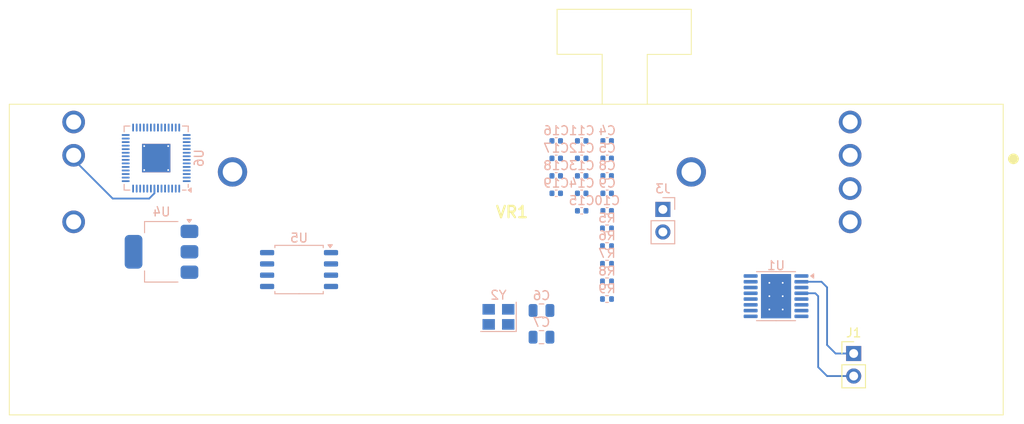
<source format=kicad_pcb>
(kicad_pcb (version 20241228) (generator "pcbnew") (generator_version "9.0")
  (layers (0 "F.Cu" signal) (2 "B.Cu" signal) (13 "F.Paste" user) (15 "B.Paste" user) (5 "F.SilkS" user "F.Silkscreen") (7 "B.SilkS" user "B.Silkscreen") (1 "F.Mask" user) (3 "B.Mask" user) (25 "Edge.Cuts" user))
  (net 0 "")
  (net 1 "GND")
  (net 2 "/RP2040/XIN")
  (net 3 "Net-(C5-Pad1)")
  (net 4 "VBUS")
  (net 5 "+3V3")
  (net 6 "+1V1")
  (net 7 "/RP2040/~{USB_BOOT}")
  (net 8 "/RP2040/QSPI_SS")
  (net 9 "/RP2040/XOUT")
  (net 10 "Net-(U6-USB_DP)")
  (net 11 "/RP2040/USB_D+")
  (net 12 "Net-(U6-USB_DM)")
  (net 13 "/RP2040/USB_D-")
  (net 14 "+10V")
  (net 15 "Net-(U1-GND-Pad13)")
  (net 17 "Net-(J1-Pin_2)")
  (net 22 "Net-(J1-Pin_1)")
  (net 24 "/RP2040/GPIO5")
  (net 25 "/RP2040/GPIO4")
  (net 30 "/RP2040/QSPI_SCLK")
  (net 31 "/RP2040/QSPI_SD2")
  (net 32 "/RP2040/QSPI_SD0")
  (net 33 "/RP2040/QSPI_SD1")
  (net 34 "/RP2040/QSPI_SD3")
  (net 36 "/RP2040/ADC0")
  (net 41 "/RP2040/GPIO6")
  (net 58 "/RP2040/SWD")
  (net 60 "/RP2040/SWCLK")
  (net 62 "/RP2040/RUN")
  (footprint "Connector_PinHeader_2.54mm:PinHeader_1x02_P2.54mm_Vertical" (layer "F.Cu") (at 110.5 54.46)
    (property "Reference" "J1" (at 0 -2.33 0) (layer "F.SilkS"))
    (property "Value" "Conn_01x02")
    (fp_line (start -1.33 -1.33) (end 0 -1.33) (stroke (width 0.12)) (layer "F.SilkS"))
    (fp_line (start -1.33 0) (end -1.33 -1.33) (stroke (width 0.12)) (layer "F.SilkS"))
    (fp_line (start -1.33 1.27) (end -1.33 3.87) (stroke (width 0.12)) (layer "F.SilkS"))
    (fp_line (start -1.33 1.27) (end 1.33 1.27) (stroke (width 0.12)) (layer "F.SilkS"))
    (fp_line (start -1.33 3.87) (end 1.33 3.87) (stroke (width 0.12)) (layer "F.SilkS"))
    (fp_line (start 1.33 1.27) (end 1.33 3.87) (stroke (width 0.12)) (layer "F.SilkS"))
    (pad "1" thru_hole rect (at 0 0) (size 1.7 1.7) (drill 1) (layers "F&B.Cu" "*.Mask") (net 22 "Net-(J1-Pin_1)"))
    (pad "2" thru_hole oval (at 0 2.54) (size 1.7 1.7) (drill 1) (layers "F&B.Cu" "*.Mask") (net 17 "Net-(J1-Pin_2)"))
  )
  (footprint "PSM60-081A-103B2:PSM60081A103B2" (layer "F.Cu") (at 110.1 32.125)
    (property "Reference" "VR1" (at -38.1 6.4 0) (layer "F.SilkS") (effects (font (size 1.27 1.27) (thickness 0.254))))
    (property "Value" "PSM60-081A-103B2" (hide yes))
    (fp_line (start -94.75 -5.75) (end 17.25 -5.75) (stroke (width 0.1)) (layer "F.SilkS"))
    (fp_line (start -94.75 29.25) (end -94.75 -5.75) (stroke (width 0.1)) (layer "F.SilkS"))
    (fp_line (start -33.02 -16.45) (end -33.02 -16.45) (stroke (width 0.1)) (layer "F.SilkS"))
    (fp_line (start -33.02 -16.45) (end -17.9 -16.45) (stroke (width 0.1)) (layer "F.SilkS"))
    (fp_line (start -33.02 -11.38) (end -33.02 -16.45) (stroke (width 0.1)) (layer "F.SilkS"))
    (fp_line (start -27.94 -11.38) (end -33.02 -11.38) (stroke (width 0.1)) (layer "F.SilkS"))
    (fp_line (start -27.94 -5.75) (end -27.94 -11.38) (stroke (width 0.1)) (layer "F.SilkS"))
    (fp_line (start -22.86 -11.37) (end -22.86 -5.75) (stroke (width 0.1)) (layer "F.SilkS"))
    (fp_line (start -17.9 -16.45) (end -17.9 -11.37) (stroke (width 0.1)) (layer "F.SilkS"))
    (fp_line (start -17.9 -11.37) (end -22.86 -11.37) (stroke (width 0.1)) (layer "F.SilkS"))
    (fp_line (start 17.25 -5.75) (end 17.25 29.25) (stroke (width 0.1)) (layer "F.SilkS"))
    (fp_line (start 17.25 29.25) (end -94.75 29.25) (stroke (width 0.1)) (layer "F.SilkS"))
    (fp_line (start 18.25 0.4) (end 18.25 0.4) (stroke (width 0.9)) (layer "F.SilkS"))
    (fp_line (start 18.55 0.4) (end 18.55 0.4) (stroke (width 0.9)) (layer "F.SilkS"))
    (fp_arc (start 18.25 0.4) (mid 18.4 0.25) (end 18.55 0.4) (stroke (width 0.9)) (layer "F.SilkS"))
    (fp_arc (start 18.55 0.4) (mid 18.4 0.55) (end 18.25 0.4) (stroke (width 0.9)) (layer "F.SilkS"))
    (pad "A1" thru_hole circle (at 0 0) (size 2.55 2.55) (drill 1.7) (layers "*.Cu" "*.Mask"))
    (pad "A2" thru_hole circle (at 0 -3.75) (size 2.55 2.55) (drill 1.7) (layers "*.Cu" "*.Mask"))
    (pad "A3" thru_hole circle (at -87.5 -3.75) (size 2.55 2.55) (drill 1.7) (layers "*.Cu" "*.Mask"))
    (pad "B1" thru_hole circle (at 0 3.75) (size 2.55 2.55) (drill 1.7) (layers "*.Cu" "*.Mask") (net 5 "+3V3"))
    (pad "B2" thru_hole circle (at 0 7.5) (size 2.55 2.55) (drill 1.7) (layers "*.Cu" "*.Mask") (net 36 "/RP2040/ADC0"))
    (pad "B3" thru_hole circle (at -87.5 7.5) (size 2.55 2.55) (drill 1.7) (layers "*.Cu" "*.Mask") (net 1 "GND"))
    (pad "M1" thru_hole circle (at -69.6 1.875) (size 3.3 3.3) (drill 2.2) (layers "*.Cu" "*.Mask"))
    (pad "M2" thru_hole circle (at -17.9 1.875) (size 3.3 3.3) (drill 2.2) (layers "*.Cu" "*.Mask"))
    (pad "T1" thru_hole circle (at -87.5 0) (size 2.55 2.55) (drill 1.7) (layers "*.Cu" "*.Mask") (net 41 "/RP2040/GPIO6"))
  )
  (footprint "Package_SO:SOIC-8_5.23x5.23mm_P1.27mm" (layer "B.Cu") (at 48 45 180)
    (property "Reference" "U5" (at 0 3.56 0) (layer "B.SilkS") (effects (justify mirror)))
    (property "Value" "W25Q128JVS")
    (fp_line (start 2.725 2.725) (end 2.725 2.465) (stroke (width 0.12)) (layer "B.SilkS"))
    (fp_line (start 2.725 -2.725) (end 2.725 -2.465) (stroke (width 0.12)) (layer "B.SilkS"))
    (fp_line (start 0 2.725) (end 2.725 2.725) (stroke (width 0.12)) (layer "B.SilkS"))
    (fp_line (start 0 2.725) (end -2.725 2.725) (stroke (width 0.12)) (layer "B.SilkS"))
    (fp_line (start 0 -2.725) (end 2.725 -2.725) (stroke (width 0.12)) (layer "B.SilkS"))
    (fp_line (start 0 -2.725) (end -2.725 -2.725) (stroke (width 0.12)) (layer "B.SilkS"))
    (fp_line (start -2.725 2.725) (end -2.725 2.465) (stroke (width 0.12)) (layer "B.SilkS"))
    (fp_line (start -2.725 -2.725) (end -2.725 -2.465) (stroke (width 0.12)) (layer "B.SilkS"))
    (fp_poly (pts (xy -3.5075 2.465) (xy -3.7475 2.795) (xy -3.2675 2.795) (xy -3.5075 2.465)) (stroke (width 0.12)) (fill yes) (layer "B.SilkS"))
    (pad "1" smd roundrect (at -3.6 1.905 180) (size 1.6 0.6) (layers "B.Cu" "B.Mask" "B.Paste") (net 8 "/RP2040/QSPI_SS"))
    (pad "2" smd roundrect (at -3.6 0.635 180) (size 1.6 0.6) (layers "B.Cu" "B.Mask" "B.Paste") (net 33 "/RP2040/QSPI_SD1"))
    (pad "3" smd roundrect (at -3.6 -0.635 180) (size 1.6 0.6) (layers "B.Cu" "B.Mask" "B.Paste") (net 31 "/RP2040/QSPI_SD2"))
    (pad "4" smd roundrect (at -3.6 -1.905 180) (size 1.6 0.6) (layers "B.Cu" "B.Mask" "B.Paste") (net 1 "GND"))
    (pad "5" smd roundrect (at 3.6 -1.905 180) (size 1.6 0.6) (layers "B.Cu" "B.Mask" "B.Paste") (net 32 "/RP2040/QSPI_SD0"))
    (pad "6" smd roundrect (at 3.6 -0.635 180) (size 1.6 0.6) (layers "B.Cu" "B.Mask" "B.Paste") (net 30 "/RP2040/QSPI_SCLK"))
    (pad "7" smd roundrect (at 3.6 0.635 180) (size 1.6 0.6) (layers "B.Cu" "B.Mask" "B.Paste") (net 34 "/RP2040/QSPI_SD3"))
    (pad "8" smd roundrect (at 3.6 1.905 180) (size 1.6 0.6) (layers "B.Cu" "B.Mask" "B.Paste") (net 5 "+3V3"))
  )
  (footprint "Crystal:Crystal_SMD_3225-4Pin_3.2x2.5mm" (layer "B.Cu") (at 70.47 50.33 180)
    (property "Reference" "Y2" (at 0 2.45 0) (layer "B.SilkS") (effects (justify mirror)))
    (property "Value" "ABM8-272-T3")
    (fp_line (start -2 1.65) (end -2 -1.65) (stroke (width 0.12)) (layer "B.SilkS"))
    (fp_line (start -2 -1.65) (end 2 -1.65) (stroke (width 0.12)) (layer "B.SilkS"))
    (pad "1" smd rect (at -1.1 -0.85 180) (size 1.4 1.2) (layers "B.Cu" "B.Mask" "B.Paste") (net 2 "/RP2040/XIN"))
    (pad "2" smd rect (at 1.1 -0.85 180) (size 1.4 1.2) (layers "B.Cu" "B.Mask" "B.Paste") (net 1 "GND"))
    (pad "3" smd rect (at 1.1 0.85 180) (size 1.4 1.2) (layers "B.Cu" "B.Mask" "B.Paste") (net 3 "Net-(C5-Pad1)"))
    (pad "4" smd rect (at -1.1 0.85 180) (size 1.4 1.2) (layers "B.Cu" "B.Mask" "B.Paste") (net 1 "GND"))
  )
  (footprint "Capacitor_SMD:C_0402_1005Metric" (layer "B.Cu") (at 82.72 34.44 180)
    (property "Reference" "C8" (at 0 1.16 0) (layer "B.SilkS") (effects (justify mirror)))
    (property "Value" "100n")
    (fp_line (start -0.107836 0.36) (end 0.107836 0.36) (stroke (width 0.12)) (layer "B.SilkS"))
    (fp_line (start -0.107836 -0.36) (end 0.107836 -0.36) (stroke (width 0.12)) (layer "B.SilkS"))
    (pad "1" smd roundrect (at -0.48 0 180) (size 0.56 0.62) (layers "B.Cu" "B.Mask" "B.Paste") (net 5 "+3V3"))
    (pad "2" smd roundrect (at 0.48 0 180) (size 0.56 0.62) (layers "B.Cu" "B.Mask" "B.Paste") (net 1 "GND"))
  )
  (footprint "Capacitor_SMD:C_0402_1005Metric" (layer "B.Cu") (at 76.98 36.41 180)
    (property "Reference" "C19" (at 0 1.16 0) (layer "B.SilkS") (effects (justify mirror)))
    (property "Value" "100n")
    (fp_line (start -0.107836 0.36) (end 0.107836 0.36) (stroke (width 0.12)) (layer "B.SilkS"))
    (fp_line (start -0.107836 -0.36) (end 0.107836 -0.36) (stroke (width 0.12)) (layer "B.SilkS"))
    (pad "1" smd roundrect (at -0.48 0 180) (size 0.56 0.62) (layers "B.Cu" "B.Mask" "B.Paste") (net 5 "+3V3"))
    (pad "2" smd roundrect (at 0.48 0 180) (size 0.56 0.62) (layers "B.Cu" "B.Mask" "B.Paste") (net 1 "GND"))
  )
  (footprint "Capacitor_SMD:C_0402_1005Metric" (layer "B.Cu") (at 82.72 32.47 180)
    (property "Reference" "C5" (at 0 1.16 0) (layer "B.SilkS") (effects (justify mirror)))
    (property "Value" "15p")
    (fp_line (start -0.107836 0.36) (end 0.107836 0.36) (stroke (width 0.12)) (layer "B.SilkS"))
    (fp_line (start -0.107836 -0.36) (end 0.107836 -0.36) (stroke (width 0.12)) (layer "B.SilkS"))
    (pad "1" smd roundrect (at -0.48 0 180) (size 0.56 0.62) (layers "B.Cu" "B.Mask" "B.Paste") (net 3 "Net-(C5-Pad1)"))
    (pad "2" smd roundrect (at 0.48 0 180) (size 0.56 0.62) (layers "B.Cu" "B.Mask" "B.Paste") (net 1 "GND"))
  )
  (footprint "Capacitor_SMD:C_0402_1005Metric" (layer "B.Cu") (at 79.85 36.41 180)
    (property "Reference" "C14" (at 0 1.16 0) (layer "B.SilkS") (effects (justify mirror)))
    (property "Value" "100n")
    (fp_line (start -0.107836 0.36) (end 0.107836 0.36) (stroke (width 0.12)) (layer "B.SilkS"))
    (fp_line (start -0.107836 -0.36) (end 0.107836 -0.36) (stroke (width 0.12)) (layer "B.SilkS"))
    (pad "1" smd roundrect (at -0.48 0 180) (size 0.56 0.62) (layers "B.Cu" "B.Mask" "B.Paste") (net 5 "+3V3"))
    (pad "2" smd roundrect (at 0.48 0 180) (size 0.56 0.62) (layers "B.Cu" "B.Mask" "B.Paste") (net 1 "GND"))
  )
  (footprint "Resistor_SMD:R_0402_1005Metric" (layer "B.Cu") (at 82.7 44.34 180)
    (property "Reference" "R7" (at 0 1.17 0) (layer "B.SilkS") (effects (justify mirror)))
    (property "Value" "1k")
    (fp_line (start -0.153641 0.38) (end 0.153641 0.38) (stroke (width 0.12)) (layer "B.SilkS"))
    (fp_line (start -0.153641 -0.38) (end 0.153641 -0.38) (stroke (width 0.12)) (layer "B.SilkS"))
    (pad "1" smd roundrect (at -0.51 0 180) (size 0.54 0.64) (layers "B.Cu" "B.Mask" "B.Paste") (net 9 "/RP2040/XOUT"))
    (pad "2" smd roundrect (at 0.51 0 180) (size 0.54 0.64) (layers "B.Cu" "B.Mask" "B.Paste") (net 3 "Net-(C5-Pad1)"))
  )
  (footprint "Resistor_SMD:R_0402_1005Metric" (layer "B.Cu") (at 82.7 46.33 180)
    (property "Reference" "R8" (at 0 1.17 0) (layer "B.SilkS") (effects (justify mirror)))
    (property "Value" "27")
    (fp_line (start -0.153641 0.38) (end 0.153641 0.38) (stroke (width 0.12)) (layer "B.SilkS"))
    (fp_line (start -0.153641 -0.38) (end 0.153641 -0.38) (stroke (width 0.12)) (layer "B.SilkS"))
    (pad "1" smd roundrect (at -0.51 0 180) (size 0.54 0.64) (layers "B.Cu" "B.Mask" "B.Paste") (net 11 "/RP2040/USB_D+"))
    (pad "2" smd roundrect (at 0.51 0 180) (size 0.54 0.64) (layers "B.Cu" "B.Mask" "B.Paste") (net 10 "Net-(U6-USB_DP)"))
  )
  (footprint "Resistor_SMD:R_0402_1005Metric" (layer "B.Cu") (at 82.7 42.35 180)
    (property "Reference" "R6" (at 0 1.17 0) (layer "B.SilkS") (effects (justify mirror)))
    (property "Value" "DNF")
    (fp_line (start -0.153641 0.38) (end 0.153641 0.38) (stroke (width 0.12)) (layer "B.SilkS"))
    (fp_line (start -0.153641 -0.38) (end 0.153641 -0.38) (stroke (width 0.12)) (layer "B.SilkS"))
    (pad "1" smd roundrect (at -0.51 0 180) (size 0.54 0.64) (layers "B.Cu" "B.Mask" "B.Paste") (net 5 "+3V3"))
    (pad "2" smd roundrect (at 0.51 0 180) (size 0.54 0.64) (layers "B.Cu" "B.Mask" "B.Paste") (net 8 "/RP2040/QSPI_SS"))
  )
  (footprint "Package_DFN_QFN:QFN-56-1EP_7x7mm_P0.4mm_EP3.2x3.2mm_ThermalVias" (layer "B.Cu") (at 31.9 32.4375 90)
    (property "Reference" "U6" (at 0 4.83 90) (layer "B.SilkS") (effects (justify mirror)))
    (property "Value" "RP2040")
    (fp_line (start 3.61 -3.61) (end 3.61 -2.96) (stroke (width 0.12)) (layer "B.SilkS"))
    (fp_line (start 2.96 -3.61) (end 3.61 -3.61) (stroke (width 0.12)) (layer "B.SilkS"))
    (fp_line (start -2.96 -3.61) (end -3.61 -3.61) (stroke (width 0.12)) (layer "B.SilkS"))
    (fp_line (start -3.61 -3.61) (end -3.61 -2.96) (stroke (width 0.12)) (layer "B.SilkS"))
    (fp_line (start -3.61 2.96) (end -3.61 3.37) (stroke (width 0.12)) (layer "B.SilkS"))
    (fp_line (start 3.61 3.61) (end 3.61 2.96) (stroke (width 0.12)) (layer "B.SilkS"))
    (fp_line (start 2.96 3.61) (end 3.61 3.61) (stroke (width 0.12)) (layer "B.SilkS"))
    (fp_line (start -2.96 3.61) (end -3.31 3.61) (stroke (width 0.12)) (layer "B.SilkS"))
    (fp_poly (pts (xy -3.61 3.61) (xy -3.85 3.94) (xy -3.37 3.94) (xy -3.61 3.61)) (stroke (width 0.12)) (fill yes) (layer "B.SilkS"))
    (pad "1" smd roundrect (at -3.4375 2.6 90) (size 0.875 0.2) (layers "B.Cu" "B.Mask" "B.Paste") (net 5 "+3V3"))
    (pad "2" smd roundrect (at -3.4375 2.2 90) (size 0.875 0.2) (layers "B.Cu" "B.Mask" "B.Paste"))
    (pad "3" smd roundrect (at -3.4375 1.8 90) (size 0.875 0.2) (layers "B.Cu" "B.Mask" "B.Paste"))
    (pad "4" smd roundrect (at -3.4375 1.4 90) (size 0.875 0.2) (layers "B.Cu" "B.Mask" "B.Paste"))
    (pad "5" smd roundrect (at -3.4375 1 90) (size 0.875 0.2) (layers "B.Cu" "B.Mask" "B.Paste"))
    (pad "6" smd roundrect (at -3.4375 0.6 90) (size 0.875 0.2) (layers "B.Cu" "B.Mask" "B.Paste") (net 25 "/RP2040/GPIO4"))
    (pad "7" smd roundrect (at -3.4375 0.2 90) (size 0.875 0.2) (layers "B.Cu" "B.Mask" "B.Paste") (net 24 "/RP2040/GPIO5"))
    (pad "8" smd roundrect (at -3.4375 -0.2 90) (size 0.875 0.2) (layers "B.Cu" "B.Mask" "B.Paste") (net 41 "/RP2040/GPIO6"))
    (pad "9" smd roundrect (at -3.4375 -0.6 90) (size 0.875 0.2) (layers "B.Cu" "B.Mask" "B.Paste"))
    (pad "10" smd roundrect (at -3.4375 -1 90) (size 0.875 0.2) (layers "B.Cu" "B.Mask" "B.Paste") (net 5 "+3V3"))
    (pad "11" smd roundrect (at -3.4375 -1.4 90) (size 0.875 0.2) (layers "B.Cu" "B.Mask" "B.Paste"))
    (pad "12" smd roundrect (at -3.4375 -1.8 90) (size 0.875 0.2) (layers "B.Cu" "B.Mask" "B.Paste"))
    (pad "13" smd roundrect (at -3.4375 -2.2 90) (size 0.875 0.2) (layers "B.Cu" "B.Mask" "B.Paste"))
    (pad "14" smd roundrect (at -3.4375 -2.6 90) (size 0.875 0.2) (layers "B.Cu" "B.Mask" "B.Paste"))
    (pad "15" smd roundrect (at -2.6 -3.4375 90) (size 0.2 0.875) (layers "B.Cu" "B.Mask" "B.Paste"))
    (pad "16" smd roundrect (at -2.2 -3.4375 90) (size 0.2 0.875) (layers "B.Cu" "B.Mask" "B.Paste"))
    (pad "17" smd roundrect (at -1.8 -3.4375 90) (size 0.2 0.875) (layers "B.Cu" "B.Mask" "B.Paste"))
    (pad "18" smd roundrect (at -1.4 -3.4375 90) (size 0.2 0.875) (layers "B.Cu" "B.Mask" "B.Paste"))
    (pad "19" smd roundrect (at -1 -3.4375 90) (size 0.2 0.875) (layers "B.Cu" "B.Mask" "B.Paste") (net 1 "GND"))
    (pad "20" smd roundrect (at -0.6 -3.4375 90) (size 0.2 0.875) (layers "B.Cu" "B.Mask" "B.Paste") (net 2 "/RP2040/XIN"))
    (pad "21" smd roundrect (at -0.2 -3.4375 90) (size 0.2 0.875) (layers "B.Cu" "B.Mask" "B.Paste") (net 9 "/RP2040/XOUT"))
    (pad "22" smd roundrect (at 0.2 -3.4375 90) (size 0.2 0.875) (layers "B.Cu" "B.Mask" "B.Paste") (net 5 "+3V3"))
    (pad "23" smd roundrect (at 0.6 -3.4375 90) (size 0.2 0.875) (layers "B.Cu" "B.Mask" "B.Paste") (net 6 "+1V1"))
    (pad "24" smd roundrect (at 1 -3.4375 90) (size 0.2 0.875) (layers "B.Cu" "B.Mask" "B.Paste") (net 60 "/RP2040/SWCLK"))
    (pad "25" smd roundrect (at 1.4 -3.4375 90) (size 0.2 0.875) (layers "B.Cu" "B.Mask" "B.Paste") (net 58 "/RP2040/SWD"))
    (pad "26" smd roundrect (at 1.8 -3.4375 90) (size 0.2 0.875) (layers "B.Cu" "B.Mask" "B.Paste") (net 62 "/RP2040/RUN"))
    (pad "27" smd roundrect (at 2.2 -3.4375 90) (size 0.2 0.875) (layers "B.Cu" "B.Mask" "B.Paste"))
    (pad "28" smd roundrect (at 2.6 -3.4375 90) (size 0.2 0.875) (layers "B.Cu" "B.Mask" "B.Paste"))
    (pad "29" smd roundrect (at 3.4375 -2.6 90) (size 0.875 0.2) (layers "B.Cu" "B.Mask" "B.Paste"))
    (pad "30" smd roundrect (at 3.4375 -2.2 90) (size 0.875 0.2) (layers "B.Cu" "B.Mask" "B.Paste"))
    (pad "31" smd roundrect (at 3.4375 -1.8 90) (size 0.875 0.2) (layers "B.Cu" "B.Mask" "B.Paste"))
    (pad "32" smd roundrect (at 3.4375 -1.4 90) (size 0.875 0.2) (layers "B.Cu" "B.Mask" "B.Paste"))
    (pad "33" smd roundrect (at 3.4375 -1 90) (size 0.875 0.2) (layers "B.Cu" "B.Mask" "B.Paste") (net 5 "+3V3"))
    (pad "34" smd roundrect (at 3.4375 -0.6 90) (size 0.875 0.2) (layers "B.Cu" "B.Mask" "B.Paste"))
    (pad "35" smd roundrect (at 3.4375 -0.2 90) (size 0.875 0.2) (layers "B.Cu" "B.Mask" "B.Paste"))
    (pad "36" smd roundrect (at 3.4375 0.2 90) (size 0.875 0.2) (layers "B.Cu" "B.Mask" "B.Paste"))
    (pad "37" smd roundrect (at 3.4375 0.6 90) (size 0.875 0.2) (layers "B.Cu" "B.Mask" "B.Paste"))
    (pad "38" smd roundrect (at 3.4375 1 90) (size 0.875 0.2) (layers "B.Cu" "B.Mask" "B.Paste") (net 36 "/RP2040/ADC0"))
    (pad "39" smd roundrect (at 3.4375 1.4 90) (size 0.875 0.2) (layers "B.Cu" "B.Mask" "B.Paste"))
    (pad "40" smd roundrect (at 3.4375 1.8 90) (size 0.875 0.2) (layers "B.Cu" "B.Mask" "B.Paste"))
    (pad "41" smd roundrect (at 3.4375 2.2 90) (size 0.875 0.2) (layers "B.Cu" "B.Mask" "B.Paste"))
    (pad "42" smd roundrect (at 3.4375 2.6 90) (size 0.875 0.2) (layers "B.Cu" "B.Mask" "B.Paste") (net 5 "+3V3"))
    (pad "43" smd roundrect (at 2.6 3.4375 90) (size 0.2 0.875) (layers "B.Cu" "B.Mask" "B.Paste") (net 5 "+3V3"))
    (pad "44" smd roundrect (at 2.2 3.4375 90) (size 0.2 0.875) (layers "B.Cu" "B.Mask" "B.Paste") (net 5 "+3V3"))
    (pad "45" smd roundrect (at 1.8 3.4375 90) (size 0.2 0.875) (layers "B.Cu" "B.Mask" "B.Paste") (net 6 "+1V1"))
    (pad "46" smd roundrect (at 1.4 3.4375 90) (size 0.2 0.875) (layers "B.Cu" "B.Mask" "B.Paste") (net 12 "Net-(U6-USB_DM)"))
    (pad "47" smd roundrect (at 1 3.4375 90) (size 0.2 0.875) (layers "B.Cu" "B.Mask" "B.Paste") (net 10 "Net-(U6-USB_DP)"))
    (pad "48" smd roundrect (at 0.6 3.4375 90) (size 0.2 0.875) (layers "B.Cu" "B.Mask" "B.Paste") (net 5 "+3V3"))
    (pad "49" smd roundrect (at 0.2 3.4375 90) (size 0.2 0.875) (layers "B.Cu" "B.Mask" "B.Paste") (net 5 "+3V3"))
    (pad "50" smd roundrect (at -0.2 3.4375 90) (size 0.2 0.875) (layers "B.Cu" "B.Mask" "B.Paste") (net 6 "+1V1"))
    (pad "51" smd roundrect (at -0.6 3.4375 90) (size 0.2 0.875) (layers "B.Cu" "B.Mask" "B.Paste") (net 34 "/RP2040/QSPI_SD3"))
    (pad "52" smd roundrect (at -1 3.4375 90) (size 0.2 0.875) (layers "B.Cu" "B.Mask" "B.Paste") (net 30 "/RP2040/QSPI_SCLK"))
    (pad "53" smd roundrect (at -1.4 3.4375 90) (size 0.2 0.875) (layers "B.Cu" "B.Mask" "B.Paste") (net 32 "/RP2040/QSPI_SD0"))
    (pad "54" smd roundrect (at -1.8 3.4375 90) (size 0.2 0.875) (layers "B.Cu" "B.Mask" "B.Paste") (net 31 "/RP2040/QSPI_SD2"))
    (pad "55" smd roundrect (at -2.2 3.4375 90) (size 0.2 0.875) (layers "B.Cu" "B.Mask" "B.Paste") (net 33 "/RP2040/QSPI_SD1"))
    (pad "56" smd roundrect (at -2.6 3.4375 90) (size 0.2 0.875) (layers "B.Cu" "B.Mask" "B.Paste") (net 8 "/RP2040/QSPI_SS"))
    (pad "57" thru_hole circle (at -1.35 -1.35 90) (size 0.5 0.5) (drill 0.2) (property pad_prop_heatsink) (layers "F&B.Cu") (net 1 "GND"))
    (pad "57" thru_hole circle (at -1.35 1.35 90) (size 0.5 0.5) (drill 0.2) (property pad_prop_heatsink) (layers "F&B.Cu") (net 1 "GND"))
    (pad "57" smd rect (at 0 0 90) (size 3.2 3.2) (property pad_prop_heatsink) (layers "F.Cu") (net 1 "GND"))
    (pad "57" smd rect (at 0 0 90) (size 3.2 3.2) (property pad_prop_heatsink) (layers "B.Cu" "B.Mask") (net 1 "GND"))
    (pad "57" thru_hole circle (at 1.35 -1.35 90) (size 0.5 0.5) (drill 0.2) (property pad_prop_heatsink) (layers "F&B.Cu") (net 1 "GND"))
    (pad "57" thru_hole circle (at 1.35 1.35 90) (size 0.5 0.5) (drill 0.2) (property pad_prop_heatsink) (layers "F&B.Cu") (net 1 "GND"))
  )
  (footprint "Resistor_SMD:R_0402_1005Metric" (layer "B.Cu") (at 82.7 48.32 180)
    (property "Reference" "R9" (at 0 1.17 0) (layer "B.SilkS") (effects (justify mirror)))
    (property "Value" "27")
    (fp_line (start -0.153641 0.38) (end 0.153641 0.38) (stroke (width 0.12)) (layer "B.SilkS"))
    (fp_line (start -0.153641 -0.38) (end 0.153641 -0.38) (stroke (width 0.12)) (layer "B.SilkS"))
    (pad "1" smd roundrect (at -0.51 0 180) (size 0.54 0.64) (layers "B.Cu" "B.Mask" "B.Paste") (net 13 "/RP2040/USB_D-"))
    (pad "2" smd roundrect (at 0.51 0 180) (size 0.54 0.64) (layers "B.Cu" "B.Mask" "B.Paste") (net 12 "Net-(U6-USB_DM)"))
  )
  (footprint "Capacitor_SMD:C_0402_1005Metric" (layer "B.Cu") (at 76.98 32.47 180)
    (property "Reference" "C17" (at 0 1.16 0) (layer "B.SilkS") (effects (justify mirror)))
    (property "Value" "100n")
    (fp_line (start -0.107836 0.36) (end 0.107836 0.36) (stroke (width 0.12)) (layer "B.SilkS"))
    (fp_line (start -0.107836 -0.36) (end 0.107836 -0.36) (stroke (width 0.12)) (layer "B.SilkS"))
    (pad "1" smd roundrect (at -0.48 0 180) (size 0.56 0.62) (layers "B.Cu" "B.Mask" "B.Paste") (net 5 "+3V3"))
    (pad "2" smd roundrect (at 0.48 0 180) (size 0.56 0.62) (layers "B.Cu" "B.Mask" "B.Paste") (net 1 "GND"))
  )
  (footprint "Capacitor_SMD:C_0402_1005Metric" (layer "B.Cu") (at 82.72 30.5 180)
    (property "Reference" "C4" (at 0 1.16 0) (layer "B.SilkS") (effects (justify mirror)))
    (property "Value" "15p")
    (fp_line (start -0.107836 0.36) (end 0.107836 0.36) (stroke (width 0.12)) (layer "B.SilkS"))
    (fp_line (start -0.107836 -0.36) (end 0.107836 -0.36) (stroke (width 0.12)) (layer "B.SilkS"))
    (pad "1" smd roundrect (at -0.48 0 180) (size 0.56 0.62) (layers "B.Cu" "B.Mask" "B.Paste") (net 2 "/RP2040/XIN"))
    (pad "2" smd roundrect (at 0.48 0 180) (size 0.56 0.62) (layers "B.Cu" "B.Mask" "B.Paste") (net 1 "GND"))
  )
  (footprint "Capacitor_SMD:C_0805_2012Metric" (layer "B.Cu") (at 75.32 52.62 180)
    (property "Reference" "C7" (at 0 1.68 0) (layer "B.SilkS") (effects (justify mirror)))
    (property "Value" "10u")
    (fp_line (start -0.261252 0.735) (end 0.261252 0.735) (stroke (width 0.12)) (layer "B.SilkS"))
    (fp_line (start -0.261252 -0.735) (end 0.261252 -0.735) (stroke (width 0.12)) (layer "B.SilkS"))
    (pad "1" smd roundrect (at -0.95 0 180) (size 1 1.45) (layers "B.Cu" "B.Mask" "B.Paste") (net 5 "+3V3"))
    (pad "2" smd roundrect (at 0.95 0 180) (size 1 1.45) (layers "B.Cu" "B.Mask" "B.Paste") (net 1 "GND"))
  )
  (footprint "Capacitor_SMD:C_0402_1005Metric" (layer "B.Cu") (at 79.85 30.5 180)
    (property "Reference" "C11" (at 0 1.16 0) (layer "B.SilkS") (effects (justify mirror)))
    (property "Value" "1u")
    (fp_line (start -0.107836 0.36) (end 0.107836 0.36) (stroke (width 0.12)) (layer "B.SilkS"))
    (fp_line (start -0.107836 -0.36) (end 0.107836 -0.36) (stroke (width 0.12)) (layer "B.SilkS"))
    (pad "1" smd roundrect (at -0.48 0 180) (size 0.56 0.62) (layers "B.Cu" "B.Mask" "B.Paste") (net 6 "+1V1"))
    (pad "2" smd roundrect (at 0.48 0 180) (size 0.56 0.62) (layers "B.Cu" "B.Mask" "B.Paste") (net 1 "GND"))
  )
  (footprint "Capacitor_SMD:C_0805_2012Metric" (layer "B.Cu") (at 75.32 49.61 180)
    (property "Reference" "C6" (at 0 1.68 0) (layer "B.SilkS") (effects (justify mirror)))
    (property "Value" "10u")
    (fp_line (start -0.261252 0.735) (end 0.261252 0.735) (stroke (width 0.12)) (layer "B.SilkS"))
    (fp_line (start -0.261252 -0.735) (end 0.261252 -0.735) (stroke (width 0.12)) (layer "B.SilkS"))
    (pad "1" smd roundrect (at -0.95 0 180) (size 1 1.45) (layers "B.Cu" "B.Mask" "B.Paste") (net 4 "VBUS"))
    (pad "2" smd roundrect (at 0.95 0 180) (size 1 1.45) (layers "B.Cu" "B.Mask" "B.Paste") (net 1 "GND"))
  )
  (footprint "Capacitor_SMD:C_0402_1005Metric" (layer "B.Cu") (at 79.85 38.38 180)
    (property "Reference" "C15" (at 0 1.16 0) (layer "B.SilkS") (effects (justify mirror)))
    (property "Value" "100n")
    (fp_line (start -0.107836 0.36) (end 0.107836 0.36) (stroke (width 0.12)) (layer "B.SilkS"))
    (fp_line (start -0.107836 -0.36) (end 0.107836 -0.36) (stroke (width 0.12)) (layer "B.SilkS"))
    (pad "1" smd roundrect (at -0.48 0 180) (size 0.56 0.62) (layers "B.Cu" "B.Mask" "B.Paste") (net 5 "+3V3"))
    (pad "2" smd roundrect (at 0.48 0 180) (size 0.56 0.62) (layers "B.Cu" "B.Mask" "B.Paste") (net 1 "GND"))
  )
  (footprint "Capacitor_SMD:C_0402_1005Metric" (layer "B.Cu") (at 82.72 36.41 180)
    (property "Reference" "C9" (at 0 1.16 0) (layer "B.SilkS") (effects (justify mirror)))
    (property "Value" "100n")
    (fp_line (start -0.107836 0.36) (end 0.107836 0.36) (stroke (width 0.12)) (layer "B.SilkS"))
    (fp_line (start -0.107836 -0.36) (end 0.107836 -0.36) (stroke (width 0.12)) (layer "B.SilkS"))
    (pad "1" smd roundrect (at -0.48 0 180) (size 0.56 0.62) (layers "B.Cu" "B.Mask" "B.Paste") (net 6 "+1V1"))
    (pad "2" smd roundrect (at 0.48 0 180) (size 0.56 0.62) (layers "B.Cu" "B.Mask" "B.Paste") (net 1 "GND"))
  )
  (footprint "Package_TO_SOT_SMD:SOT-223-3_TabPin2" (layer "B.Cu") (at 32.5 43 180)
    (property "Reference" "U4" (at 0 4.5 0) (layer "B.SilkS") (effects (justify mirror)))
    (property "Value" "NCP1117-3.3_SOT223")
    (fp_line (start 1.91 3.41) (end 1.91 2.15) (stroke (width 0.12)) (layer "B.SilkS"))
    (fp_line (start 1.91 -3.41) (end 1.91 -2.15) (stroke (width 0.12)) (layer "B.SilkS"))
    (fp_line (start -1.85 3.41) (end 1.91 3.41) (stroke (width 0.12)) (layer "B.SilkS"))
    (fp_line (start -1.85 -3.41) (end 1.91 -3.41) (stroke (width 0.12)) (layer "B.SilkS"))
    (fp_poly (pts (xy -3.13 3.31) (xy -3.37 3.64) (xy -2.89 3.64) (xy -3.13 3.31)) (stroke (width 0.12)) (fill yes) (layer "B.SilkS"))
    (pad "1" smd roundrect (at -3.15 2.3 180) (size 2 1.5) (layers "B.Cu" "B.Mask" "B.Paste") (net 1 "GND"))
    (pad "2" smd roundrect (at -3.15 0 180) (size 2 1.5) (layers "B.Cu" "B.Mask" "B.Paste") (net 5 "+3V3"))
    (pad "2" smd roundrect (at 3.15 0 180) (size 2 3.8) (layers "B.Cu" "B.Mask" "B.Paste") (net 5 "+3V3"))
    (pad "3" smd roundrect (at -3.15 -2.3 180) (size 2 1.5) (layers "B.Cu" "B.Mask" "B.Paste") (net 4 "VBUS"))
  )
  (footprint "Capacitor_SMD:C_0402_1005Metric" (layer "B.Cu") (at 79.85 32.47 180)
    (property "Reference" "C12" (at 0 1.16 0) (layer "B.SilkS") (effects (justify mirror)))
    (property "Value" "100n")
    (fp_line (start -0.107836 0.36) (end 0.107836 0.36) (stroke (width 0.12)) (layer "B.SilkS"))
    (fp_line (start -0.107836 -0.36) (end 0.107836 -0.36) (stroke (width 0.12)) (layer "B.SilkS"))
    (pad "1" smd roundrect (at -0.48 0 180) (size 0.56 0.62) (layers "B.Cu" "B.Mask" "B.Paste") (net 5 "+3V3"))
    (pad "2" smd roundrect (at 0.48 0 180) (size 0.56 0.62) (layers "B.Cu" "B.Mask" "B.Paste") (net 1 "GND"))
  )
  (footprint "Resistor_SMD:R_0402_1005Metric" (layer "B.Cu") (at 82.7 40.36 180)
    (property "Reference" "R5" (at 0 1.17 0) (layer "B.SilkS") (effects (justify mirror)))
    (property "Value" "1k")
    (fp_line (start -0.153641 0.38) (end 0.153641 0.38) (stroke (width 0.12)) (layer "B.SilkS"))
    (fp_line (start -0.153641 -0.38) (end 0.153641 -0.38) (stroke (width 0.12)) (layer "B.SilkS"))
    (pad "1" smd roundrect (at -0.51 0 180) (size 0.54 0.64) (layers "B.Cu" "B.Mask" "B.Paste") (net 8 "/RP2040/QSPI_SS"))
    (pad "2" smd roundrect (at 0.51 0 180) (size 0.54 0.64) (layers "B.Cu" "B.Mask" "B.Paste") (net 7 "/RP2040/~{USB_BOOT}"))
  )
  (footprint "Capacitor_SMD:C_0402_1005Metric" (layer "B.Cu") (at 76.98 30.5 180)
    (property "Reference" "C16" (at 0 1.16 0) (layer "B.SilkS") (effects (justify mirror)))
    (property "Value" "100n")
    (fp_line (start -0.107836 0.36) (end 0.107836 0.36) (stroke (width 0.12)) (layer "B.SilkS"))
    (fp_line (start -0.107836 -0.36) (end 0.107836 -0.36) (stroke (width 0.12)) (layer "B.SilkS"))
    (pad "1" smd roundrect (at -0.48 0 180) (size 0.56 0.62) (layers "B.Cu" "B.Mask" "B.Paste") (net 5 "+3V3"))
    (pad "2" smd roundrect (at 0.48 0 180) (size 0.56 0.62) (layers "B.Cu" "B.Mask" "B.Paste") (net 1 "GND"))
  )
  (footprint "Capacitor_SMD:C_0402_1005Metric" (layer "B.Cu") (at 79.85 34.44 180)
    (property "Reference" "C13" (at 0 1.16 0) (layer "B.SilkS") (effects (justify mirror)))
    (property "Value" "1u")
    (fp_line (start -0.107836 0.36) (end 0.107836 0.36) (stroke (width 0.12)) (layer "B.SilkS"))
    (fp_line (start -0.107836 -0.36) (end 0.107836 -0.36) (stroke (width 0.12)) (layer "B.SilkS"))
    (pad "1" smd roundrect (at -0.48 0 180) (size 0.56 0.62) (layers "B.Cu" "B.Mask" "B.Paste") (net 5 "+3V3"))
    (pad "2" smd roundrect (at 0.48 0 180) (size 0.56 0.62) (layers "B.Cu" "B.Mask" "B.Paste") (net 1 "GND"))
  )
  (footprint "Capacitor_SMD:C_0402_1005Metric" (layer "B.Cu") (at 76.98 34.44 180)
    (property "Reference" "C18" (at 0 1.16 0) (layer "B.SilkS") (effects (justify mirror)))
    (property "Value" "100n")
    (fp_line (start -0.107836 0.36) (end 0.107836 0.36) (stroke (width 0.12)) (layer "B.SilkS"))
    (fp_line (start -0.107836 -0.36) (end 0.107836 -0.36) (stroke (width 0.12)) (layer "B.SilkS"))
    (pad "1" smd roundrect (at -0.48 0 180) (size 0.56 0.62) (layers "B.Cu" "B.Mask" "B.Paste") (net 5 "+3V3"))
    (pad "2" smd roundrect (at 0.48 0 180) (size 0.56 0.62) (layers "B.Cu" "B.Mask" "B.Paste") (net 1 "GND"))
  )
  (footprint "Connector_PinHeader_2.54mm:PinHeader_1x02_P2.54mm_Vertical" (layer "B.Cu") (at 89 38.225 180)
    (property "Reference" "J3" (at 0 2.33 0) (layer "B.SilkS") (effects (justify mirror)))
    (property "Value" "Conn_01x02")
    (fp_line (start 1.33 -1.27) (end 1.33 -3.87) (stroke (width 0.12)) (layer "B.SilkS"))
    (fp_line (start -1.33 1.33) (end 0 1.33) (stroke (width 0.12)) (layer "B.SilkS"))
    (fp_line (start -1.33 0) (end -1.33 1.33) (stroke (width 0.12)) (layer "B.SilkS"))
    (fp_line (start -1.33 -1.27) (end 1.33 -1.27) (stroke (width 0.12)) (layer "B.SilkS"))
    (fp_line (start -1.33 -1.27) (end -1.33 -3.87) (stroke (width 0.12)) (layer "B.SilkS"))
    (fp_line (start -1.33 -3.87) (end 1.33 -3.87) (stroke (width 0.12)) (layer "B.SilkS"))
    (pad "1" thru_hole rect (at 0 0 180) (size 1.7 1.7) (drill 1) (layers "F&B.Cu" "*.Mask") (net 7 "/RP2040/~{USB_BOOT}"))
    (pad "2" thru_hole oval (at 0 -2.54 180) (size 1.7 1.7) (drill 1) (layers "F&B.Cu" "*.Mask") (net 1 "GND"))
  )
  (footprint "Package_SO:HTSSOP-16-1EP_4.4x5mm_P0.65mm_EP3.4x5mm_Mask2.46x2.31mm_ThermalVias" (layer "B.Cu") (at 101.75 48 180)
    (property "Reference" "U1" (at 0 3.45 0) (layer "B.SilkS") (effects (justify mirror)))
    (property "Value" "DRV8833PWP")
    (fp_line (start 0 2.76) (end 2.2 2.76) (stroke (width 0.12)) (layer "B.SilkS"))
    (fp_line (start 0 2.76) (end -2.2 2.76) (stroke (width 0.12)) (layer "B.SilkS"))
    (fp_line (start 0 -2.76) (end 2.2 -2.76) (stroke (width 0.12)) (layer "B.SilkS"))
    (fp_line (start 0 -2.76) (end -2.2 -2.76) (stroke (width 0.12)) (layer "B.SilkS"))
    (fp_poly (pts (xy -3.91 2.275) (xy -4.24 2.515) (xy -4.24 2.035) (xy -3.91 2.275)) (stroke (width 0.12)) (fill yes) (layer "B.SilkS"))
    (pad "1" smd roundrect (at -2.8625 2.275 180) (size 1.575 0.4) (layers "B.Cu" "B.Mask" "B.Paste"))
    (pad "2" smd roundrect (at -2.8625 1.625 180) (size 1.575 0.4) (layers "B.Cu" "B.Mask" "B.Paste") (net 22 "Net-(J1-Pin_1)"))
    (pad "3" smd roundrect (at -2.8625 0.975 180) (size 1.575 0.4) (layers "B.Cu" "B.Mask" "B.Paste"))
    (pad "4" smd roundrect (at -2.8625 0.325 180) (size 1.575 0.4) (layers "B.Cu" "B.Mask" "B.Paste") (net 17 "Net-(J1-Pin_2)"))
    (pad "5" smd roundrect (at -2.8625 -0.325 180) (size 1.575 0.4) (layers "B.Cu" "B.Mask" "B.Paste"))
    (pad "6" smd roundrect (at -2.8625 -0.975 180) (size 1.575 0.4) (layers "B.Cu" "B.Mask" "B.Paste"))
    (pad "7" smd roundrect (at -2.8625 -1.625 180) (size 1.575 0.4) (layers "B.Cu" "B.Mask" "B.Paste"))
    (pad "8" smd roundrect (at -2.8625 -2.275 180) (size 1.575 0.4) (layers "B.Cu" "B.Mask" "B.Paste"))
    (pad "9" smd roundrect (at 2.8625 -2.275 180) (size 1.575 0.4) (layers "B.Cu" "B.Mask" "B.Paste"))
    (pad "10" smd roundrect (at 2.8625 -1.625 180) (size 1.575 0.4) (layers "B.Cu" "B.Mask" "B.Paste"))
    (pad "11" smd roundrect (at 2.8625 -0.975 180) (size 1.575 0.4) (layers "B.Cu" "B.Mask" "B.Paste"))
    (pad "12" smd roundrect (at 2.8625 -0.325 180) (size 1.575 0.4) (layers "B.Cu" "B.Mask" "B.Paste") (net 14 "+10V"))
    (pad "13" smd roundrect (at 2.8625 0.325 180) (size 1.575 0.4) (layers "B.Cu" "B.Mask" "B.Paste") (net 15 "Net-(U1-GND-Pad13)"))
    (pad "14" smd roundrect (at 2.8625 0.975 180) (size 1.575 0.4) (layers "B.Cu" "B.Mask" "B.Paste"))
    (pad "15" smd roundrect (at 2.8625 1.625 180) (size 1.575 0.4) (layers "B.Cu" "B.Mask" "B.Paste") (net 24 "/RP2040/GPIO5"))
    (pad "16" smd roundrect (at 2.8625 2.275 180) (size 1.575 0.4) (layers "B.Cu" "B.Mask" "B.Paste") (net 25 "/RP2040/GPIO4"))
    (pad "17" thru_hole circle (at -0.75 -1.5 180) (size 0.5 0.5) (drill 0.2) (property pad_prop_heatsink) (layers "F&B.Cu") (net 15 "Net-(U1-GND-Pad13)"))
    (pad "17" thru_hole circle (at -0.75 0 180) (size 0.5 0.5) (drill 0.2) (property pad_prop_heatsink) (layers "F&B.Cu") (net 15 "Net-(U1-GND-Pad13)"))
    (pad "17" thru_hole circle (at -0.75 1.5 180) (size 0.5 0.5) (drill 0.2) (property pad_prop_heatsink) (layers "F&B.Cu") (net 15 "Net-(U1-GND-Pad13)"))
    (pad "17" smd rect (at 0 0 180) (size 2 3.5) (property pad_prop_heatsink) (layers "F.Cu") (net 15 "Net-(U1-GND-Pad13)"))
    (pad "17" smd rect (at 0 0 180) (size 3.4 5) (property pad_prop_heatsink) (layers "B.Cu") (net 15 "Net-(U1-GND-Pad13)"))
    (pad "17" thru_hole circle (at 0.75 -1.5 180) (size 0.5 0.5) (drill 0.2) (property pad_prop_heatsink) (layers "F&B.Cu") (net 15 "Net-(U1-GND-Pad13)"))
    (pad "17" thru_hole circle (at 0.75 0 180) (size 0.5 0.5) (drill 0.2) (property pad_prop_heatsink) (layers "F&B.Cu") (net 15 "Net-(U1-GND-Pad13)"))
    (pad "17" thru_hole circle (at 0.75 1.5 180) (size 0.5 0.5) (drill 0.2) (property pad_prop_heatsink) (layers "F&B.Cu") (net 15 "Net-(U1-GND-Pad13)"))
  )
  (footprint "Capacitor_SMD:C_0402_1005Metric" (layer "B.Cu") (at 82.72 38.38 180)
    (property "Reference" "C10" (at 0 1.16 0) (layer "B.SilkS") (effects (justify mirror)))
    (property "Value" "100n")
    (fp_line (start -0.107836 0.36) (end 0.107836 0.36) (stroke (width 0.12)) (layer "B.SilkS"))
    (fp_line (start -0.107836 -0.36) (end 0.107836 -0.36) (stroke (width 0.12)) (layer "B.SilkS"))
    (pad "1" smd roundrect (at -0.48 0 180) (size 0.56 0.62) (layers "B.Cu" "B.Mask" "B.Paste") (net 6 "+1V1"))
    (pad "2" smd roundrect (at 0.48 0 180) (size 0.56 0.62) (layers "B.Cu" "B.Mask" "B.Paste") (net 1 "GND"))
  )
  (segment (start 106.5 48) (end 106.5 56) (width 0.2) (layer "B.Cu") (net 17))
  (segment (start 107.5 57) (end 110.5 57) (width 0.2) (layer "B.Cu") (net 17))
  (segment (start 106.5 56) (end 107.5 57) (width 0.2) (layer "B.Cu") (net 17))
  (segment (start 106.175 47.675) (end 106.5 48) (width 0.2) (layer "B.Cu") (net 17))
  (segment (start 104.6125 47.675) (end 106.175 47.675) (width 0.2) (layer "B.Cu") (net 17))
  (segment (start 107.5 47) (end 107.5 53.5) (width 0.2) (layer "B.Cu") (net 22))
  (segment (start 104.6125 46.375) (end 106.875 46.375) (width 0.2) (layer "B.Cu") (net 22))
  (segment (start 106.875 46.375) (end 107.5 47) (width 0.2) (layer "B.Cu") (net 22))
  (segment (start 107.5 53.5) (end 108.46 54.46) (width 0.2) (layer "B.Cu") (net 22))
  (segment (start 108.46 54.46) (end 110.5 54.46) (width 0.2) (layer "B.Cu") (net 22))
  (segment (start 31.7 36.410274) (end 31.7 35.875) (width 0.2) (layer "B.Cu") (net 41))
  (segment (start 22.6 32.125) (end 22.6 32.6) (width 0.2) (layer "B.Cu") (net 41))
  (segment (start 22.6 32.6) (end 27 37) (width 0.2) (layer "B.Cu") (net 41))
  (segment (start 31.110274 37) (end 31.7 36.410274) (width 0.2) (layer "B.Cu") (net 41))
  (segment (start 27 37) (end 31.110274 37) (width 0.2) (layer "B.Cu") (net 41))
)
</source>
